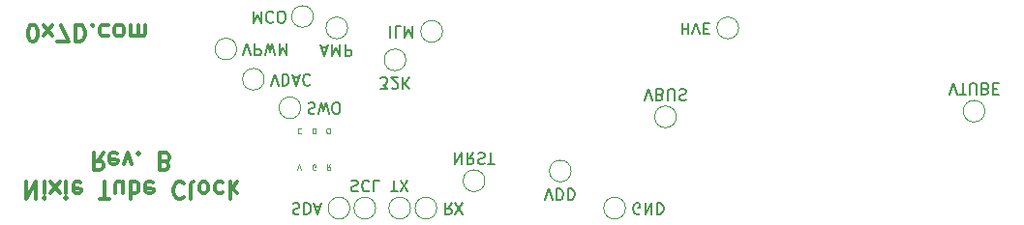
<source format=gbr>
G04 #@! TF.GenerationSoftware,KiCad,Pcbnew,(5.0.2)-1*
G04 #@! TF.CreationDate,2019-02-15T16:33:02-08:00*
G04 #@! TF.ProjectId,nixie_bottom_board,6e697869-655f-4626-9f74-746f6d5f626f,rev?*
G04 #@! TF.SameCoordinates,Original*
G04 #@! TF.FileFunction,Legend,Bot*
G04 #@! TF.FilePolarity,Positive*
%FSLAX46Y46*%
G04 Gerber Fmt 4.6, Leading zero omitted, Abs format (unit mm)*
G04 Created by KiCad (PCBNEW (5.0.2)-1) date 2/15/2019 4:33:02 PM*
%MOMM*%
%LPD*%
G01*
G04 APERTURE LIST*
%ADD10C,0.200000*%
%ADD11C,0.100000*%
%ADD12C,0.300000*%
%ADD13C,0.120000*%
G04 APERTURE END LIST*
D10*
X160991904Y-108900000D02*
X160896666Y-108947619D01*
X160753809Y-108947619D01*
X160610952Y-108900000D01*
X160515714Y-108804761D01*
X160468095Y-108709523D01*
X160420476Y-108519047D01*
X160420476Y-108376190D01*
X160468095Y-108185714D01*
X160515714Y-108090476D01*
X160610952Y-107995238D01*
X160753809Y-107947619D01*
X160849047Y-107947619D01*
X160991904Y-107995238D01*
X161039523Y-108042857D01*
X161039523Y-108376190D01*
X160849047Y-108376190D01*
X161468095Y-107947619D02*
X161468095Y-108947619D01*
X162039523Y-107947619D01*
X162039523Y-108947619D01*
X162515714Y-107947619D02*
X162515714Y-108947619D01*
X162753809Y-108947619D01*
X162896666Y-108900000D01*
X162991904Y-108804761D01*
X163039523Y-108709523D01*
X163087142Y-108519047D01*
X163087142Y-108376190D01*
X163039523Y-108185714D01*
X162991904Y-108090476D01*
X162896666Y-107995238D01*
X162753809Y-107947619D01*
X162515714Y-107947619D01*
X139238095Y-106947619D02*
X139809523Y-106947619D01*
X139523809Y-105947619D02*
X139523809Y-106947619D01*
X140047619Y-106947619D02*
X140714285Y-105947619D01*
X140714285Y-106947619D02*
X140047619Y-105947619D01*
X144539523Y-107947619D02*
X144206190Y-108423809D01*
X143968095Y-107947619D02*
X143968095Y-108947619D01*
X144349047Y-108947619D01*
X144444285Y-108900000D01*
X144491904Y-108852380D01*
X144539523Y-108757142D01*
X144539523Y-108614285D01*
X144491904Y-108519047D01*
X144444285Y-108471428D01*
X144349047Y-108423809D01*
X143968095Y-108423809D01*
X144872857Y-108947619D02*
X145539523Y-107947619D01*
X145539523Y-108947619D02*
X144872857Y-107947619D01*
X144857142Y-103547619D02*
X144857142Y-104547619D01*
X145428571Y-103547619D01*
X145428571Y-104547619D01*
X146476190Y-103547619D02*
X146142857Y-104023809D01*
X145904761Y-103547619D02*
X145904761Y-104547619D01*
X146285714Y-104547619D01*
X146380952Y-104500000D01*
X146428571Y-104452380D01*
X146476190Y-104357142D01*
X146476190Y-104214285D01*
X146428571Y-104119047D01*
X146380952Y-104071428D01*
X146285714Y-104023809D01*
X145904761Y-104023809D01*
X146857142Y-103595238D02*
X147000000Y-103547619D01*
X147238095Y-103547619D01*
X147333333Y-103595238D01*
X147380952Y-103642857D01*
X147428571Y-103738095D01*
X147428571Y-103833333D01*
X147380952Y-103928571D01*
X147333333Y-103976190D01*
X147238095Y-104023809D01*
X147047619Y-104071428D01*
X146952380Y-104119047D01*
X146904761Y-104166666D01*
X146857142Y-104261904D01*
X146857142Y-104357142D01*
X146904761Y-104452380D01*
X146952380Y-104500000D01*
X147047619Y-104547619D01*
X147285714Y-104547619D01*
X147428571Y-104500000D01*
X147714285Y-104547619D02*
X148285714Y-104547619D01*
X148000000Y-103547619D02*
X148000000Y-104547619D01*
D11*
X133727380Y-101873809D02*
X133822619Y-101873809D01*
X133870238Y-101850000D01*
X133917857Y-101802380D01*
X133941666Y-101707142D01*
X133941666Y-101540476D01*
X133917857Y-101445238D01*
X133870238Y-101397619D01*
X133822619Y-101373809D01*
X133727380Y-101373809D01*
X133679761Y-101397619D01*
X133632142Y-101445238D01*
X133608333Y-101540476D01*
X133608333Y-101707142D01*
X133632142Y-101802380D01*
X133679761Y-101850000D01*
X133727380Y-101873809D01*
X132369047Y-101373809D02*
X132369047Y-101873809D01*
X132488095Y-101873809D01*
X132559523Y-101850000D01*
X132607142Y-101802380D01*
X132630952Y-101754761D01*
X132654761Y-101659523D01*
X132654761Y-101588095D01*
X132630952Y-101492857D01*
X132607142Y-101445238D01*
X132559523Y-101397619D01*
X132488095Y-101373809D01*
X132369047Y-101373809D01*
X131384761Y-101421428D02*
X131360952Y-101397619D01*
X131289523Y-101373809D01*
X131241904Y-101373809D01*
X131170476Y-101397619D01*
X131122857Y-101445238D01*
X131099047Y-101492857D01*
X131075238Y-101588095D01*
X131075238Y-101659523D01*
X131099047Y-101754761D01*
X131122857Y-101802380D01*
X131170476Y-101850000D01*
X131241904Y-101873809D01*
X131289523Y-101873809D01*
X131360952Y-101850000D01*
X131384761Y-101826190D01*
X133924761Y-104573809D02*
X133758095Y-104811904D01*
X133639047Y-104573809D02*
X133639047Y-105073809D01*
X133829523Y-105073809D01*
X133877142Y-105050000D01*
X133900952Y-105026190D01*
X133924761Y-104978571D01*
X133924761Y-104907142D01*
X133900952Y-104859523D01*
X133877142Y-104835714D01*
X133829523Y-104811904D01*
X133639047Y-104811904D01*
X132630952Y-105050000D02*
X132583333Y-105073809D01*
X132511904Y-105073809D01*
X132440476Y-105050000D01*
X132392857Y-105002380D01*
X132369047Y-104954761D01*
X132345238Y-104859523D01*
X132345238Y-104788095D01*
X132369047Y-104692857D01*
X132392857Y-104645238D01*
X132440476Y-104597619D01*
X132511904Y-104573809D01*
X132559523Y-104573809D01*
X132630952Y-104597619D01*
X132654761Y-104621428D01*
X132654761Y-104788095D01*
X132559523Y-104788095D01*
X131063333Y-105073809D02*
X131230000Y-104573809D01*
X131396666Y-105073809D01*
D10*
X132020476Y-99195238D02*
X132163333Y-99147619D01*
X132401428Y-99147619D01*
X132496666Y-99195238D01*
X132544285Y-99242857D01*
X132591904Y-99338095D01*
X132591904Y-99433333D01*
X132544285Y-99528571D01*
X132496666Y-99576190D01*
X132401428Y-99623809D01*
X132210952Y-99671428D01*
X132115714Y-99719047D01*
X132068095Y-99766666D01*
X132020476Y-99861904D01*
X132020476Y-99957142D01*
X132068095Y-100052380D01*
X132115714Y-100100000D01*
X132210952Y-100147619D01*
X132449047Y-100147619D01*
X132591904Y-100100000D01*
X132925238Y-100147619D02*
X133163333Y-99147619D01*
X133353809Y-99861904D01*
X133544285Y-99147619D01*
X133782380Y-100147619D01*
X134353809Y-100147619D02*
X134544285Y-100147619D01*
X134639523Y-100100000D01*
X134734761Y-100004761D01*
X134782380Y-99814285D01*
X134782380Y-99480952D01*
X134734761Y-99290476D01*
X134639523Y-99195238D01*
X134544285Y-99147619D01*
X134353809Y-99147619D01*
X134258571Y-99195238D01*
X134163333Y-99290476D01*
X134115714Y-99480952D01*
X134115714Y-99814285D01*
X134163333Y-100004761D01*
X134258571Y-100100000D01*
X134353809Y-100147619D01*
D12*
X107837857Y-93821428D02*
X107980714Y-93821428D01*
X108123571Y-93750000D01*
X108195000Y-93678571D01*
X108266428Y-93535714D01*
X108337857Y-93250000D01*
X108337857Y-92892857D01*
X108266428Y-92607142D01*
X108195000Y-92464285D01*
X108123571Y-92392857D01*
X107980714Y-92321428D01*
X107837857Y-92321428D01*
X107695000Y-92392857D01*
X107623571Y-92464285D01*
X107552142Y-92607142D01*
X107480714Y-92892857D01*
X107480714Y-93250000D01*
X107552142Y-93535714D01*
X107623571Y-93678571D01*
X107695000Y-93750000D01*
X107837857Y-93821428D01*
X108837857Y-92321428D02*
X109623571Y-93321428D01*
X108837857Y-93321428D02*
X109623571Y-92321428D01*
X110052142Y-93821428D02*
X111052142Y-93821428D01*
X110409285Y-92321428D01*
X111623571Y-92321428D02*
X111623571Y-93821428D01*
X111980714Y-93821428D01*
X112195000Y-93750000D01*
X112337857Y-93607142D01*
X112409285Y-93464285D01*
X112480714Y-93178571D01*
X112480714Y-92964285D01*
X112409285Y-92678571D01*
X112337857Y-92535714D01*
X112195000Y-92392857D01*
X111980714Y-92321428D01*
X111623571Y-92321428D01*
X113123571Y-92464285D02*
X113195000Y-92392857D01*
X113123571Y-92321428D01*
X113052142Y-92392857D01*
X113123571Y-92464285D01*
X113123571Y-92321428D01*
X114480714Y-92392857D02*
X114337857Y-92321428D01*
X114052142Y-92321428D01*
X113909285Y-92392857D01*
X113837857Y-92464285D01*
X113766428Y-92607142D01*
X113766428Y-93035714D01*
X113837857Y-93178571D01*
X113909285Y-93250000D01*
X114052142Y-93321428D01*
X114337857Y-93321428D01*
X114480714Y-93250000D01*
X115337857Y-92321428D02*
X115195000Y-92392857D01*
X115123571Y-92464285D01*
X115052142Y-92607142D01*
X115052142Y-93035714D01*
X115123571Y-93178571D01*
X115195000Y-93250000D01*
X115337857Y-93321428D01*
X115552142Y-93321428D01*
X115695000Y-93250000D01*
X115766428Y-93178571D01*
X115837857Y-93035714D01*
X115837857Y-92607142D01*
X115766428Y-92464285D01*
X115695000Y-92392857D01*
X115552142Y-92321428D01*
X115337857Y-92321428D01*
X116480714Y-92321428D02*
X116480714Y-93321428D01*
X116480714Y-93178571D02*
X116552142Y-93250000D01*
X116695000Y-93321428D01*
X116909285Y-93321428D01*
X117052142Y-93250000D01*
X117123571Y-93107142D01*
X117123571Y-92321428D01*
X117123571Y-93107142D02*
X117195000Y-93250000D01*
X117337857Y-93321428D01*
X117552142Y-93321428D01*
X117695000Y-93250000D01*
X117766428Y-93107142D01*
X117766428Y-92321428D01*
D10*
X161466666Y-98947619D02*
X161800000Y-97947619D01*
X162133333Y-98947619D01*
X162800000Y-98471428D02*
X162942857Y-98423809D01*
X162990476Y-98376190D01*
X163038095Y-98280952D01*
X163038095Y-98138095D01*
X162990476Y-98042857D01*
X162942857Y-97995238D01*
X162847619Y-97947619D01*
X162466666Y-97947619D01*
X162466666Y-98947619D01*
X162800000Y-98947619D01*
X162895238Y-98900000D01*
X162942857Y-98852380D01*
X162990476Y-98757142D01*
X162990476Y-98661904D01*
X162942857Y-98566666D01*
X162895238Y-98519047D01*
X162800000Y-98471428D01*
X162466666Y-98471428D01*
X163466666Y-98947619D02*
X163466666Y-98138095D01*
X163514285Y-98042857D01*
X163561904Y-97995238D01*
X163657142Y-97947619D01*
X163847619Y-97947619D01*
X163942857Y-97995238D01*
X163990476Y-98042857D01*
X164038095Y-98138095D01*
X164038095Y-98947619D01*
X164466666Y-97995238D02*
X164609523Y-97947619D01*
X164847619Y-97947619D01*
X164942857Y-97995238D01*
X164990476Y-98042857D01*
X165038095Y-98138095D01*
X165038095Y-98233333D01*
X164990476Y-98328571D01*
X164942857Y-98376190D01*
X164847619Y-98423809D01*
X164657142Y-98471428D01*
X164561904Y-98519047D01*
X164514285Y-98566666D01*
X164466666Y-98661904D01*
X164466666Y-98757142D01*
X164514285Y-98852380D01*
X164561904Y-98900000D01*
X164657142Y-98947619D01*
X164895238Y-98947619D01*
X165038095Y-98900000D01*
D12*
X107321428Y-106096428D02*
X107321428Y-107596428D01*
X108178571Y-106096428D01*
X108178571Y-107596428D01*
X108892857Y-106096428D02*
X108892857Y-107096428D01*
X108892857Y-107596428D02*
X108821428Y-107525000D01*
X108892857Y-107453571D01*
X108964285Y-107525000D01*
X108892857Y-107596428D01*
X108892857Y-107453571D01*
X109464285Y-106096428D02*
X110250000Y-107096428D01*
X109464285Y-107096428D02*
X110250000Y-106096428D01*
X110821428Y-106096428D02*
X110821428Y-107096428D01*
X110821428Y-107596428D02*
X110750000Y-107525000D01*
X110821428Y-107453571D01*
X110892857Y-107525000D01*
X110821428Y-107596428D01*
X110821428Y-107453571D01*
X112107142Y-106167857D02*
X111964285Y-106096428D01*
X111678571Y-106096428D01*
X111535714Y-106167857D01*
X111464285Y-106310714D01*
X111464285Y-106882142D01*
X111535714Y-107025000D01*
X111678571Y-107096428D01*
X111964285Y-107096428D01*
X112107142Y-107025000D01*
X112178571Y-106882142D01*
X112178571Y-106739285D01*
X111464285Y-106596428D01*
X113750000Y-107596428D02*
X114607142Y-107596428D01*
X114178571Y-106096428D02*
X114178571Y-107596428D01*
X115750000Y-107096428D02*
X115750000Y-106096428D01*
X115107142Y-107096428D02*
X115107142Y-106310714D01*
X115178571Y-106167857D01*
X115321428Y-106096428D01*
X115535714Y-106096428D01*
X115678571Y-106167857D01*
X115750000Y-106239285D01*
X116464285Y-106096428D02*
X116464285Y-107596428D01*
X116464285Y-107025000D02*
X116607142Y-107096428D01*
X116892857Y-107096428D01*
X117035714Y-107025000D01*
X117107142Y-106953571D01*
X117178571Y-106810714D01*
X117178571Y-106382142D01*
X117107142Y-106239285D01*
X117035714Y-106167857D01*
X116892857Y-106096428D01*
X116607142Y-106096428D01*
X116464285Y-106167857D01*
X118392857Y-106167857D02*
X118249999Y-106096428D01*
X117964285Y-106096428D01*
X117821428Y-106167857D01*
X117749999Y-106310714D01*
X117749999Y-106882142D01*
X117821428Y-107025000D01*
X117964285Y-107096428D01*
X118249999Y-107096428D01*
X118392857Y-107025000D01*
X118464285Y-106882142D01*
X118464285Y-106739285D01*
X117749999Y-106596428D01*
X121107142Y-106239285D02*
X121035714Y-106167857D01*
X120821428Y-106096428D01*
X120678571Y-106096428D01*
X120464285Y-106167857D01*
X120321428Y-106310714D01*
X120249999Y-106453571D01*
X120178571Y-106739285D01*
X120178571Y-106953571D01*
X120249999Y-107239285D01*
X120321428Y-107382142D01*
X120464285Y-107525000D01*
X120678571Y-107596428D01*
X120821428Y-107596428D01*
X121035714Y-107525000D01*
X121107142Y-107453571D01*
X121964285Y-106096428D02*
X121821428Y-106167857D01*
X121749999Y-106310714D01*
X121749999Y-107596428D01*
X122749999Y-106096428D02*
X122607142Y-106167857D01*
X122535714Y-106239285D01*
X122464285Y-106382142D01*
X122464285Y-106810714D01*
X122535714Y-106953571D01*
X122607142Y-107025000D01*
X122749999Y-107096428D01*
X122964285Y-107096428D01*
X123107142Y-107025000D01*
X123178571Y-106953571D01*
X123249999Y-106810714D01*
X123249999Y-106382142D01*
X123178571Y-106239285D01*
X123107142Y-106167857D01*
X122964285Y-106096428D01*
X122749999Y-106096428D01*
X124535714Y-106167857D02*
X124392857Y-106096428D01*
X124107142Y-106096428D01*
X123964285Y-106167857D01*
X123892857Y-106239285D01*
X123821428Y-106382142D01*
X123821428Y-106810714D01*
X123892857Y-106953571D01*
X123964285Y-107025000D01*
X124107142Y-107096428D01*
X124392857Y-107096428D01*
X124535714Y-107025000D01*
X125178571Y-106096428D02*
X125178571Y-107596428D01*
X125321428Y-106667857D02*
X125749999Y-106096428D01*
X125749999Y-107096428D02*
X125178571Y-106525000D01*
X114071428Y-103546428D02*
X113571428Y-104260714D01*
X113214285Y-103546428D02*
X113214285Y-105046428D01*
X113785714Y-105046428D01*
X113928571Y-104975000D01*
X114000000Y-104903571D01*
X114071428Y-104760714D01*
X114071428Y-104546428D01*
X114000000Y-104403571D01*
X113928571Y-104332142D01*
X113785714Y-104260714D01*
X113214285Y-104260714D01*
X115285714Y-103617857D02*
X115142857Y-103546428D01*
X114857142Y-103546428D01*
X114714285Y-103617857D01*
X114642857Y-103760714D01*
X114642857Y-104332142D01*
X114714285Y-104475000D01*
X114857142Y-104546428D01*
X115142857Y-104546428D01*
X115285714Y-104475000D01*
X115357142Y-104332142D01*
X115357142Y-104189285D01*
X114642857Y-104046428D01*
X115857142Y-104546428D02*
X116214285Y-103546428D01*
X116571428Y-104546428D01*
X117142857Y-103689285D02*
X117214285Y-103617857D01*
X117142857Y-103546428D01*
X117071428Y-103617857D01*
X117142857Y-103689285D01*
X117142857Y-103546428D01*
X119500000Y-104332142D02*
X119714285Y-104260714D01*
X119785714Y-104189285D01*
X119857142Y-104046428D01*
X119857142Y-103832142D01*
X119785714Y-103689285D01*
X119714285Y-103617857D01*
X119571428Y-103546428D01*
X119000000Y-103546428D01*
X119000000Y-105046428D01*
X119500000Y-105046428D01*
X119642857Y-104975000D01*
X119714285Y-104903571D01*
X119785714Y-104760714D01*
X119785714Y-104617857D01*
X119714285Y-104475000D01*
X119642857Y-104403571D01*
X119500000Y-104332142D01*
X119000000Y-104332142D01*
D10*
X188109523Y-98447619D02*
X188442857Y-97447619D01*
X188776190Y-98447619D01*
X188966666Y-98447619D02*
X189538095Y-98447619D01*
X189252380Y-97447619D02*
X189252380Y-98447619D01*
X189871428Y-98447619D02*
X189871428Y-97638095D01*
X189919047Y-97542857D01*
X189966666Y-97495238D01*
X190061904Y-97447619D01*
X190252380Y-97447619D01*
X190347619Y-97495238D01*
X190395238Y-97542857D01*
X190442857Y-97638095D01*
X190442857Y-98447619D01*
X191252380Y-97971428D02*
X191395238Y-97923809D01*
X191442857Y-97876190D01*
X191490476Y-97780952D01*
X191490476Y-97638095D01*
X191442857Y-97542857D01*
X191395238Y-97495238D01*
X191300000Y-97447619D01*
X190919047Y-97447619D01*
X190919047Y-98447619D01*
X191252380Y-98447619D01*
X191347619Y-98400000D01*
X191395238Y-98352380D01*
X191442857Y-98257142D01*
X191442857Y-98161904D01*
X191395238Y-98066666D01*
X191347619Y-98019047D01*
X191252380Y-97971428D01*
X190919047Y-97971428D01*
X191919047Y-97971428D02*
X192252380Y-97971428D01*
X192395238Y-97447619D02*
X191919047Y-97447619D01*
X191919047Y-98447619D01*
X192395238Y-98447619D01*
X135759523Y-105995238D02*
X135902380Y-105947619D01*
X136140476Y-105947619D01*
X136235714Y-105995238D01*
X136283333Y-106042857D01*
X136330952Y-106138095D01*
X136330952Y-106233333D01*
X136283333Y-106328571D01*
X136235714Y-106376190D01*
X136140476Y-106423809D01*
X135950000Y-106471428D01*
X135854761Y-106519047D01*
X135807142Y-106566666D01*
X135759523Y-106661904D01*
X135759523Y-106757142D01*
X135807142Y-106852380D01*
X135854761Y-106900000D01*
X135950000Y-106947619D01*
X136188095Y-106947619D01*
X136330952Y-106900000D01*
X137330952Y-106042857D02*
X137283333Y-105995238D01*
X137140476Y-105947619D01*
X137045238Y-105947619D01*
X136902380Y-105995238D01*
X136807142Y-106090476D01*
X136759523Y-106185714D01*
X136711904Y-106376190D01*
X136711904Y-106519047D01*
X136759523Y-106709523D01*
X136807142Y-106804761D01*
X136902380Y-106900000D01*
X137045238Y-106947619D01*
X137140476Y-106947619D01*
X137283333Y-106900000D01*
X137330952Y-106852380D01*
X138235714Y-105947619D02*
X137759523Y-105947619D01*
X137759523Y-106947619D01*
X152716666Y-107697619D02*
X153050000Y-106697619D01*
X153383333Y-107697619D01*
X153716666Y-106697619D02*
X153716666Y-107697619D01*
X153954761Y-107697619D01*
X154097619Y-107650000D01*
X154192857Y-107554761D01*
X154240476Y-107459523D01*
X154288095Y-107269047D01*
X154288095Y-107126190D01*
X154240476Y-106935714D01*
X154192857Y-106840476D01*
X154097619Y-106745238D01*
X153954761Y-106697619D01*
X153716666Y-106697619D01*
X154716666Y-106697619D02*
X154716666Y-107697619D01*
X154954761Y-107697619D01*
X155097619Y-107650000D01*
X155192857Y-107554761D01*
X155240476Y-107459523D01*
X155288095Y-107269047D01*
X155288095Y-107126190D01*
X155240476Y-106935714D01*
X155192857Y-106840476D01*
X155097619Y-106745238D01*
X154954761Y-106697619D01*
X154716666Y-106697619D01*
X130650952Y-107995238D02*
X130793809Y-107947619D01*
X131031904Y-107947619D01*
X131127142Y-107995238D01*
X131174761Y-108042857D01*
X131222380Y-108138095D01*
X131222380Y-108233333D01*
X131174761Y-108328571D01*
X131127142Y-108376190D01*
X131031904Y-108423809D01*
X130841428Y-108471428D01*
X130746190Y-108519047D01*
X130698571Y-108566666D01*
X130650952Y-108661904D01*
X130650952Y-108757142D01*
X130698571Y-108852380D01*
X130746190Y-108900000D01*
X130841428Y-108947619D01*
X131079523Y-108947619D01*
X131222380Y-108900000D01*
X131650952Y-107947619D02*
X131650952Y-108947619D01*
X131889047Y-108947619D01*
X132031904Y-108900000D01*
X132127142Y-108804761D01*
X132174761Y-108709523D01*
X132222380Y-108519047D01*
X132222380Y-108376190D01*
X132174761Y-108185714D01*
X132127142Y-108090476D01*
X132031904Y-107995238D01*
X131889047Y-107947619D01*
X131650952Y-107947619D01*
X132603333Y-108233333D02*
X133079523Y-108233333D01*
X132508095Y-107947619D02*
X132841428Y-108947619D01*
X133174761Y-107947619D01*
X126325238Y-94997619D02*
X126658571Y-93997619D01*
X126991904Y-94997619D01*
X127325238Y-93997619D02*
X127325238Y-94997619D01*
X127706190Y-94997619D01*
X127801428Y-94950000D01*
X127849047Y-94902380D01*
X127896666Y-94807142D01*
X127896666Y-94664285D01*
X127849047Y-94569047D01*
X127801428Y-94521428D01*
X127706190Y-94473809D01*
X127325238Y-94473809D01*
X128230000Y-94997619D02*
X128468095Y-93997619D01*
X128658571Y-94711904D01*
X128849047Y-93997619D01*
X129087142Y-94997619D01*
X129468095Y-93997619D02*
X129468095Y-94997619D01*
X129801428Y-94283333D01*
X130134761Y-94997619D01*
X130134761Y-93997619D01*
X128725238Y-97647619D02*
X129058571Y-96647619D01*
X129391904Y-97647619D01*
X129725238Y-96647619D02*
X129725238Y-97647619D01*
X129963333Y-97647619D01*
X130106190Y-97600000D01*
X130201428Y-97504761D01*
X130249047Y-97409523D01*
X130296666Y-97219047D01*
X130296666Y-97076190D01*
X130249047Y-96885714D01*
X130201428Y-96790476D01*
X130106190Y-96695238D01*
X129963333Y-96647619D01*
X129725238Y-96647619D01*
X130677619Y-96933333D02*
X131153809Y-96933333D01*
X130582380Y-96647619D02*
X130915714Y-97647619D01*
X131249047Y-96647619D01*
X132153809Y-96742857D02*
X132106190Y-96695238D01*
X131963333Y-96647619D01*
X131868095Y-96647619D01*
X131725238Y-96695238D01*
X131630000Y-96790476D01*
X131582380Y-96885714D01*
X131534761Y-97076190D01*
X131534761Y-97219047D01*
X131582380Y-97409523D01*
X131630000Y-97504761D01*
X131725238Y-97600000D01*
X131868095Y-97647619D01*
X131963333Y-97647619D01*
X132106190Y-97600000D01*
X132153809Y-97552380D01*
X133190476Y-94333333D02*
X133666666Y-94333333D01*
X133095238Y-94047619D02*
X133428571Y-95047619D01*
X133761904Y-94047619D01*
X134095238Y-94047619D02*
X134095238Y-95047619D01*
X134428571Y-94333333D01*
X134761904Y-95047619D01*
X134761904Y-94047619D01*
X135238095Y-94047619D02*
X135238095Y-95047619D01*
X135619047Y-95047619D01*
X135714285Y-95000000D01*
X135761904Y-94952380D01*
X135809523Y-94857142D01*
X135809523Y-94714285D01*
X135761904Y-94619047D01*
X135714285Y-94571428D01*
X135619047Y-94523809D01*
X135238095Y-94523809D01*
X127217619Y-91147619D02*
X127217619Y-92147619D01*
X127550952Y-91433333D01*
X127884285Y-92147619D01*
X127884285Y-91147619D01*
X128931904Y-91242857D02*
X128884285Y-91195238D01*
X128741428Y-91147619D01*
X128646190Y-91147619D01*
X128503333Y-91195238D01*
X128408095Y-91290476D01*
X128360476Y-91385714D01*
X128312857Y-91576190D01*
X128312857Y-91719047D01*
X128360476Y-91909523D01*
X128408095Y-92004761D01*
X128503333Y-92100000D01*
X128646190Y-92147619D01*
X128741428Y-92147619D01*
X128884285Y-92100000D01*
X128931904Y-92052380D01*
X129550952Y-92147619D02*
X129741428Y-92147619D01*
X129836666Y-92100000D01*
X129931904Y-92004761D01*
X129979523Y-91814285D01*
X129979523Y-91480952D01*
X129931904Y-91290476D01*
X129836666Y-91195238D01*
X129741428Y-91147619D01*
X129550952Y-91147619D01*
X129455714Y-91195238D01*
X129360476Y-91290476D01*
X129312857Y-91480952D01*
X129312857Y-91814285D01*
X129360476Y-92004761D01*
X129455714Y-92100000D01*
X129550952Y-92147619D01*
X138290476Y-97947619D02*
X138909523Y-97947619D01*
X138576190Y-97566666D01*
X138719047Y-97566666D01*
X138814285Y-97519047D01*
X138861904Y-97471428D01*
X138909523Y-97376190D01*
X138909523Y-97138095D01*
X138861904Y-97042857D01*
X138814285Y-96995238D01*
X138719047Y-96947619D01*
X138433333Y-96947619D01*
X138338095Y-96995238D01*
X138290476Y-97042857D01*
X139290476Y-97852380D02*
X139338095Y-97900000D01*
X139433333Y-97947619D01*
X139671428Y-97947619D01*
X139766666Y-97900000D01*
X139814285Y-97852380D01*
X139861904Y-97757142D01*
X139861904Y-97661904D01*
X139814285Y-97519047D01*
X139242857Y-96947619D01*
X139861904Y-96947619D01*
X140290476Y-96947619D02*
X140290476Y-97947619D01*
X140861904Y-96947619D02*
X140433333Y-97519047D01*
X140861904Y-97947619D02*
X140290476Y-97376190D01*
X139179523Y-92447619D02*
X139179523Y-93447619D01*
X140131904Y-92447619D02*
X139655714Y-92447619D01*
X139655714Y-93447619D01*
X140465238Y-92447619D02*
X140465238Y-93447619D01*
X140798571Y-92733333D01*
X141131904Y-93447619D01*
X141131904Y-92447619D01*
X164698571Y-92147619D02*
X164698571Y-93147619D01*
X164698571Y-92671428D02*
X165270000Y-92671428D01*
X165270000Y-92147619D02*
X165270000Y-93147619D01*
X165603333Y-93147619D02*
X165936666Y-92147619D01*
X166270000Y-93147619D01*
X166603333Y-92671428D02*
X166936666Y-92671428D01*
X167079523Y-92147619D02*
X166603333Y-92147619D01*
X166603333Y-93147619D01*
X167079523Y-93147619D01*
D13*
G04 #@! TO.C,J13*
X128150000Y-97100000D02*
G75*
G03X128150000Y-97100000I-950000J0D01*
G01*
G04 #@! TO.C,J19*
X140950000Y-108400000D02*
G75*
G03X140950000Y-108400000I-950000J0D01*
G01*
G04 #@! TO.C,J18*
X147450000Y-106000000D02*
G75*
G03X147450000Y-106000000I-950000J0D01*
G01*
G04 #@! TO.C,J17*
X131350000Y-99600000D02*
G75*
G03X131350000Y-99600000I-950000J0D01*
G01*
G04 #@! TO.C,J16*
X164200000Y-100400000D02*
G75*
G03X164200000Y-100400000I-950000J0D01*
G01*
G04 #@! TO.C,J15*
X125750000Y-94450000D02*
G75*
G03X125750000Y-94450000I-950000J0D01*
G01*
G04 #@! TO.C,J14*
X155000000Y-105150000D02*
G75*
G03X155000000Y-105150000I-950000J0D01*
G01*
G04 #@! TO.C,J11*
X137900000Y-108400000D02*
G75*
G03X137900000Y-108400000I-950000J0D01*
G01*
G04 #@! TO.C,J9*
X135450000Y-92600000D02*
G75*
G03X135450000Y-92600000I-950000J0D01*
G01*
G04 #@! TO.C,J8*
X191200000Y-99900000D02*
G75*
G03X191200000Y-99900000I-950000J0D01*
G01*
G04 #@! TO.C,J7*
X169650000Y-92600000D02*
G75*
G03X169650000Y-92600000I-950000J0D01*
G01*
G04 #@! TO.C,J6*
X143750000Y-92900000D02*
G75*
G03X143750000Y-92900000I-950000J0D01*
G01*
G04 #@! TO.C,J5*
X132450000Y-91600000D02*
G75*
G03X132450000Y-91600000I-950000J0D01*
G01*
G04 #@! TO.C,J12*
X135650000Y-108400000D02*
G75*
G03X135650000Y-108400000I-950000J0D01*
G01*
G04 #@! TO.C,J20*
X143250000Y-108400000D02*
G75*
G03X143250000Y-108400000I-950000J0D01*
G01*
G04 #@! TO.C,J10*
X140550000Y-95400000D02*
G75*
G03X140550000Y-95400000I-950000J0D01*
G01*
G04 #@! TO.C,REF\002A\002A*
X159750000Y-108400000D02*
G75*
G03X159750000Y-108400000I-950000J0D01*
G01*
G04 #@! TD*
M02*

</source>
